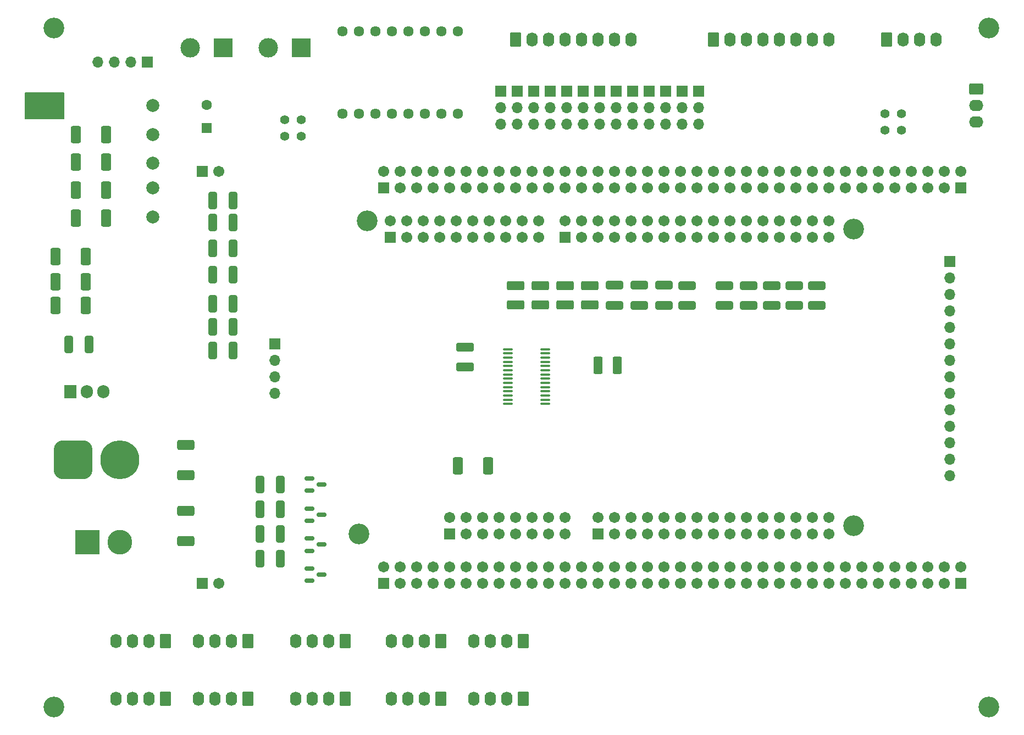
<source format=gbr>
%TF.GenerationSoftware,KiCad,Pcbnew,8.0.2-rc1*%
%TF.CreationDate,2024-08-28T13:59:49+02:00*%
%TF.ProjectId,Carte-Principale,43617274-652d-4507-9269-6e636970616c,rev?*%
%TF.SameCoordinates,Original*%
%TF.FileFunction,Soldermask,Top*%
%TF.FilePolarity,Negative*%
%FSLAX46Y46*%
G04 Gerber Fmt 4.6, Leading zero omitted, Abs format (unit mm)*
G04 Created by KiCad (PCBNEW 8.0.2-rc1) date 2024-08-28 13:59:49*
%MOMM*%
%LPD*%
G01*
G04 APERTURE LIST*
G04 Aperture macros list*
%AMRoundRect*
0 Rectangle with rounded corners*
0 $1 Rounding radius*
0 $2 $3 $4 $5 $6 $7 $8 $9 X,Y pos of 4 corners*
0 Add a 4 corners polygon primitive as box body*
4,1,4,$2,$3,$4,$5,$6,$7,$8,$9,$2,$3,0*
0 Add four circle primitives for the rounded corners*
1,1,$1+$1,$2,$3*
1,1,$1+$1,$4,$5*
1,1,$1+$1,$6,$7*
1,1,$1+$1,$8,$9*
0 Add four rect primitives between the rounded corners*
20,1,$1+$1,$2,$3,$4,$5,0*
20,1,$1+$1,$4,$5,$6,$7,0*
20,1,$1+$1,$6,$7,$8,$9,0*
20,1,$1+$1,$8,$9,$2,$3,0*%
G04 Aperture macros list end*
%ADD10C,0.200000*%
%ADD11RoundRect,0.249999X-0.512501X-1.075001X0.512501X-1.075001X0.512501X1.075001X-0.512501X1.075001X0*%
%ADD12RoundRect,0.250000X0.620000X0.845000X-0.620000X0.845000X-0.620000X-0.845000X0.620000X-0.845000X0*%
%ADD13O,1.740000X2.190000*%
%ADD14RoundRect,0.250000X0.400000X1.075000X-0.400000X1.075000X-0.400000X-1.075000X0.400000X-1.075000X0*%
%ADD15R,1.700000X1.700000*%
%ADD16O,1.700000X1.700000*%
%ADD17C,3.200000*%
%ADD18C,1.609600*%
%ADD19C,1.400000*%
%ADD20R,3.000000X3.000000*%
%ADD21C,3.000000*%
%ADD22RoundRect,0.250000X-1.100000X0.412500X-1.100000X-0.412500X1.100000X-0.412500X1.100000X0.412500X0*%
%ADD23RoundRect,0.250001X1.074999X-0.462499X1.074999X0.462499X-1.074999X0.462499X-1.074999X-0.462499X0*%
%ADD24RoundRect,0.102000X0.754000X-0.754000X0.754000X0.754000X-0.754000X0.754000X-0.754000X-0.754000X0*%
%ADD25C,1.712000*%
%ADD26C,2.000000*%
%ADD27RoundRect,0.250000X1.075000X-0.400000X1.075000X0.400000X-1.075000X0.400000X-1.075000X-0.400000X0*%
%ADD28R,1.905000X2.000000*%
%ADD29O,1.905000X2.000000*%
%ADD30RoundRect,0.249999X0.512501X1.075001X-0.512501X1.075001X-0.512501X-1.075001X0.512501X-1.075001X0*%
%ADD31RoundRect,0.250000X-0.400000X-1.075000X0.400000X-1.075000X0.400000X1.075000X-0.400000X1.075000X0*%
%ADD32RoundRect,0.150000X-0.587500X-0.150000X0.587500X-0.150000X0.587500X0.150000X-0.587500X0.150000X0*%
%ADD33R,3.800000X3.800000*%
%ADD34C,3.800000*%
%ADD35RoundRect,0.250000X-0.845000X0.620000X-0.845000X-0.620000X0.845000X-0.620000X0.845000X0.620000X0*%
%ADD36O,2.190000X1.740000*%
%ADD37RoundRect,0.250000X-0.620000X-0.845000X0.620000X-0.845000X0.620000X0.845000X-0.620000X0.845000X0*%
%ADD38RoundRect,0.249999X1.075001X-0.512501X1.075001X0.512501X-1.075001X0.512501X-1.075001X-0.512501X0*%
%ADD39RoundRect,0.250001X-0.462499X-1.074999X0.462499X-1.074999X0.462499X1.074999X-0.462499X1.074999X0*%
%ADD40RoundRect,0.100000X-0.637500X-0.100000X0.637500X-0.100000X0.637500X0.100000X-0.637500X0.100000X0*%
%ADD41RoundRect,1.500000X-1.500000X-1.500000X1.500000X-1.500000X1.500000X1.500000X-1.500000X1.500000X0*%
%ADD42C,6.000000*%
%ADD43R,1.600000X1.600000*%
%ADD44C,1.600000*%
G04 APERTURE END LIST*
D10*
X56500000Y-45000000D02*
X62500000Y-45000000D01*
X62500000Y-49000000D01*
X56500000Y-49000000D01*
X56500000Y-45000000D01*
G36*
X56500000Y-45000000D02*
G01*
X62500000Y-45000000D01*
X62500000Y-49000000D01*
X56500000Y-49000000D01*
X56500000Y-45000000D01*
G37*
D11*
%TO.C,D1*%
X61162500Y-74140000D03*
X65837500Y-74140000D03*
%TD*%
D12*
%TO.C,J11*%
X133240000Y-129540000D03*
D13*
X130700000Y-129540000D03*
X128160000Y-129540000D03*
X125620000Y-129540000D03*
%TD*%
D14*
%TO.C,R2*%
X88550000Y-84750000D03*
X85450000Y-84750000D03*
%TD*%
D12*
%TO.C,J6*%
X105810000Y-129540000D03*
D13*
X103270000Y-129540000D03*
X100730000Y-129540000D03*
X98190000Y-129540000D03*
%TD*%
D15*
%TO.C,M5*%
X139910000Y-44750000D03*
D16*
X139910000Y-47290000D03*
X139910000Y-49830000D03*
%TD*%
D17*
%TO.C,H2*%
X60960000Y-139700000D03*
%TD*%
D18*
%TO.C,DRV1*%
X118110000Y-35560000D03*
X115570000Y-35560000D03*
X113030000Y-35560000D03*
X110490000Y-35560000D03*
X123190000Y-48260000D03*
X120650000Y-48260000D03*
X120650000Y-35560000D03*
X123190000Y-35560000D03*
X107950000Y-35560000D03*
X113030000Y-48260000D03*
X110490000Y-48260000D03*
X107950000Y-48260000D03*
X105410000Y-48260000D03*
X115570000Y-48260000D03*
X118110000Y-48260000D03*
X105410000Y-35560000D03*
%TD*%
D19*
%TO.C,TP6*%
X99000000Y-51750000D03*
X96460000Y-51750000D03*
%TD*%
D20*
%TO.C,J5*%
X99060000Y-38100000D03*
D21*
X93980000Y-38100000D03*
%TD*%
D11*
%TO.C,D6*%
X64337500Y-51435000D03*
X69012500Y-51435000D03*
%TD*%
D15*
%TO.C,M4*%
X137370000Y-44750000D03*
D16*
X137370000Y-47290000D03*
X137370000Y-49830000D03*
%TD*%
D15*
%TO.C,J2*%
X75370000Y-40250000D03*
D16*
X72830000Y-40250000D03*
X70290000Y-40250000D03*
X67750000Y-40250000D03*
%TD*%
D22*
%TO.C,C2*%
X124250000Y-84187500D03*
X124250000Y-87312500D03*
%TD*%
D23*
%TO.C,R14*%
X139700000Y-77725000D03*
X139700000Y-74750000D03*
%TD*%
%TO.C,R15*%
X132080000Y-77725000D03*
X132080000Y-74750000D03*
%TD*%
D12*
%TO.C,J10*%
X120540000Y-138430000D03*
D13*
X118000000Y-138430000D03*
X115460000Y-138430000D03*
X112920000Y-138430000D03*
%TD*%
D17*
%TO.C,U2*%
X107945000Y-113030000D03*
X184145000Y-111760000D03*
X184145000Y-66040000D03*
X109215000Y-64770000D03*
D24*
X83815000Y-120650000D03*
D25*
X86355000Y-120650000D03*
D24*
X83815000Y-57150000D03*
D25*
X86355000Y-57150000D03*
D24*
X112771000Y-67310000D03*
D25*
X112771000Y-64770000D03*
X115311000Y-67310000D03*
X115311000Y-64770000D03*
X117851000Y-67310000D03*
X117851000Y-64770000D03*
X120391000Y-67310000D03*
X120391000Y-64770000D03*
X122931000Y-67310000D03*
X122931000Y-64770000D03*
X125471000Y-67310000D03*
X125471000Y-64770000D03*
X128011000Y-67310000D03*
X128011000Y-64770000D03*
X130551000Y-67310000D03*
X130551000Y-64770000D03*
X133091000Y-67310000D03*
X133091000Y-64770000D03*
X135631000Y-67310000D03*
X135631000Y-64770000D03*
D24*
X121915000Y-113030000D03*
D25*
X121915000Y-110490000D03*
X124455000Y-113030000D03*
X124455000Y-110490000D03*
X126995000Y-113030000D03*
X126995000Y-110490000D03*
X129535000Y-113030000D03*
X129535000Y-110490000D03*
X132075000Y-113030000D03*
X132075000Y-110490000D03*
X134615000Y-113030000D03*
X134615000Y-110490000D03*
X137155000Y-113030000D03*
X137155000Y-110490000D03*
X139695000Y-113030000D03*
X139695000Y-110490000D03*
D24*
X144775000Y-113030000D03*
D25*
X144775000Y-110490000D03*
X147315000Y-113030000D03*
X147315000Y-110490000D03*
X149855000Y-113030000D03*
X149855000Y-110490000D03*
X152395000Y-113030000D03*
X152395000Y-110490000D03*
X154935000Y-113030000D03*
X154935000Y-110490000D03*
X157475000Y-113030000D03*
X157475000Y-110490000D03*
X160015000Y-113030000D03*
X160015000Y-110490000D03*
X162555000Y-113030000D03*
X162555000Y-110490000D03*
X165095000Y-113030000D03*
X165095000Y-110490000D03*
X167635000Y-113030000D03*
X167635000Y-110490000D03*
X170175000Y-113030000D03*
X170175000Y-110490000D03*
X172715000Y-113030000D03*
X172715000Y-110490000D03*
X175255000Y-113030000D03*
X175255000Y-110490000D03*
X177795000Y-113030000D03*
X177795000Y-110490000D03*
X180335000Y-113030000D03*
X180335000Y-110490000D03*
D24*
X139695000Y-67310000D03*
D25*
X139695000Y-64770000D03*
X142235000Y-67310000D03*
X142235000Y-64770000D03*
X144775000Y-67310000D03*
X144775000Y-64770000D03*
X147315000Y-67310000D03*
X147315000Y-64770000D03*
X149855000Y-67310000D03*
X149855000Y-64770000D03*
X152395000Y-67310000D03*
X152395000Y-64770000D03*
X154935000Y-67310000D03*
X154935000Y-64770000D03*
X157475000Y-67310000D03*
X157475000Y-64770000D03*
X160015000Y-67310000D03*
X160015000Y-64770000D03*
X162555000Y-67310000D03*
X162555000Y-64770000D03*
X165095000Y-67310000D03*
X165095000Y-64770000D03*
X167635000Y-67310000D03*
X167635000Y-64770000D03*
X170175000Y-67310000D03*
X170175000Y-64770000D03*
X172715000Y-67310000D03*
X172715000Y-64770000D03*
X175255000Y-67310000D03*
X175255000Y-64770000D03*
X177795000Y-67310000D03*
X177795000Y-64770000D03*
X180335000Y-67310000D03*
X180335000Y-64770000D03*
D24*
X111755000Y-120650000D03*
D25*
X111755000Y-118110000D03*
X114295000Y-120650000D03*
X114295000Y-118110000D03*
X116835000Y-120650000D03*
X116835000Y-118110000D03*
X119375000Y-120650000D03*
X119375000Y-118110000D03*
X121915000Y-120650000D03*
X121915000Y-118110000D03*
X124455000Y-120650000D03*
X124455000Y-118110000D03*
X126995000Y-120650000D03*
X126995000Y-118110000D03*
X129535000Y-120650000D03*
X129535000Y-118110000D03*
X132075000Y-120650000D03*
X132075000Y-118110000D03*
X134615000Y-120650000D03*
X134615000Y-118110000D03*
X137155000Y-120650000D03*
X137155000Y-118110000D03*
X139695000Y-120650000D03*
X139695000Y-118110000D03*
X142235000Y-120650000D03*
X142235000Y-118110000D03*
X144775000Y-120650000D03*
X144775000Y-118110000D03*
X147315000Y-120650000D03*
X147315000Y-118110000D03*
X149855000Y-120650000D03*
X149855000Y-118110000D03*
X152395000Y-120650000D03*
X152395000Y-118110000D03*
X154935000Y-120650000D03*
X154935000Y-118110000D03*
X157475000Y-120650000D03*
X157475000Y-118110000D03*
X160015000Y-120650000D03*
X160015000Y-118110000D03*
X162555000Y-120650000D03*
X162555000Y-118110000D03*
X165095000Y-120650000D03*
X165095000Y-118110000D03*
X167635000Y-120650000D03*
X167635000Y-118110000D03*
X170175000Y-120650000D03*
X170175000Y-118110000D03*
X172715000Y-120650000D03*
X172715000Y-118110000D03*
X175255000Y-120650000D03*
X175255000Y-118110000D03*
X177795000Y-120650000D03*
X177795000Y-118110000D03*
X180335000Y-120650000D03*
X180335000Y-118110000D03*
X182875000Y-120650000D03*
X182875000Y-118110000D03*
X185415000Y-120650000D03*
X185415000Y-118110000D03*
X187955000Y-120650000D03*
X187955000Y-118110000D03*
X190495000Y-120650000D03*
X190495000Y-118110000D03*
X193035000Y-120650000D03*
X193035000Y-118110000D03*
X195575000Y-120650000D03*
X195575000Y-118110000D03*
X198115000Y-120650000D03*
X198115000Y-118110000D03*
D24*
X111775000Y-59690000D03*
D25*
X111775000Y-57150000D03*
X114315000Y-59690000D03*
X114315000Y-57150000D03*
X116855000Y-59690000D03*
X116855000Y-57150000D03*
X119395000Y-59690000D03*
X119395000Y-57150000D03*
X121935000Y-59690000D03*
X121935000Y-57150000D03*
X124475000Y-59690000D03*
X124475000Y-57150000D03*
X127015000Y-59690000D03*
X127015000Y-57150000D03*
X129555000Y-59690000D03*
X129555000Y-57150000D03*
X132095000Y-59690000D03*
X132095000Y-57150000D03*
X134635000Y-59690000D03*
X134635000Y-57150000D03*
X137175000Y-59690000D03*
X137175000Y-57150000D03*
X139715000Y-59690000D03*
X139715000Y-57150000D03*
X142255000Y-59690000D03*
X142255000Y-57150000D03*
X144795000Y-59690000D03*
X144795000Y-57150000D03*
X147335000Y-59690000D03*
X147335000Y-57150000D03*
X149875000Y-59690000D03*
X149875000Y-57150000D03*
X152415000Y-59690000D03*
X152415000Y-57150000D03*
X154955000Y-59690000D03*
X154955000Y-57150000D03*
X157495000Y-59690000D03*
X157495000Y-57150000D03*
X160035000Y-59690000D03*
X160035000Y-57150000D03*
X162575000Y-59690000D03*
X162575000Y-57150000D03*
X165115000Y-59690000D03*
X165115000Y-57150000D03*
X167655000Y-59690000D03*
X167655000Y-57150000D03*
X170195000Y-59690000D03*
X170195000Y-57150000D03*
X172735000Y-59690000D03*
X172735000Y-57150000D03*
X175275000Y-59690000D03*
X175275000Y-57150000D03*
X177815000Y-59690000D03*
X177815000Y-57150000D03*
X180355000Y-59690000D03*
X180355000Y-57150000D03*
X182895000Y-59690000D03*
X182895000Y-57150000D03*
X185435000Y-59690000D03*
X185435000Y-57150000D03*
X187975000Y-59690000D03*
X187975000Y-57150000D03*
X190515000Y-59690000D03*
X190515000Y-57150000D03*
X193055000Y-59690000D03*
X193055000Y-57150000D03*
X195595000Y-59690000D03*
X195595000Y-57150000D03*
X198135000Y-59690000D03*
X198135000Y-57150000D03*
D24*
X200675000Y-59690000D03*
D25*
X200675000Y-57150000D03*
D24*
X200655000Y-120650000D03*
D25*
X200655000Y-118110000D03*
%TD*%
D26*
%TO.C,TP3*%
X76200000Y-59690000D03*
%TD*%
D27*
%TO.C,R19*%
X151130000Y-77787500D03*
X151130000Y-74687500D03*
%TD*%
D28*
%TO.C,Q1*%
X63500000Y-91115000D03*
D29*
X66040000Y-91115000D03*
X68580000Y-91115000D03*
%TD*%
D30*
%TO.C,F3*%
X127837500Y-102500000D03*
X123162500Y-102500000D03*
%TD*%
D15*
%TO.C,M10*%
X150070000Y-44750000D03*
D16*
X150070000Y-47290000D03*
X150070000Y-49830000D03*
%TD*%
D31*
%TO.C,R12*%
X92710000Y-116840000D03*
X95810000Y-116840000D03*
%TD*%
D32*
%TO.C,Q5*%
X100330000Y-118335000D03*
X100330000Y-120235000D03*
X102205000Y-119285000D03*
%TD*%
D31*
%TO.C,R11*%
X92710000Y-105410000D03*
X95810000Y-105410000D03*
%TD*%
D15*
%TO.C,M8*%
X144990000Y-44750000D03*
D16*
X144990000Y-47290000D03*
X144990000Y-49830000D03*
%TD*%
D17*
%TO.C,H1*%
X60960000Y-35000000D03*
%TD*%
D12*
%TO.C,J12*%
X133240000Y-138430000D03*
D13*
X130700000Y-138430000D03*
X128160000Y-138430000D03*
X125620000Y-138430000D03*
%TD*%
D33*
%TO.C,J4*%
X66120000Y-114300000D03*
D34*
X71120000Y-114300000D03*
%TD*%
D27*
%TO.C,R16*%
X158500000Y-77800000D03*
X158500000Y-74700000D03*
%TD*%
D15*
%TO.C,M9*%
X155150000Y-44750000D03*
D16*
X155150000Y-47290000D03*
X155150000Y-49830000D03*
%TD*%
D27*
%TO.C,R17*%
X154940000Y-77787500D03*
X154940000Y-74687500D03*
%TD*%
D17*
%TO.C,H4*%
X205000000Y-139700000D03*
%TD*%
D15*
%TO.C,M11*%
X157690000Y-44750000D03*
D16*
X157690000Y-47290000D03*
X157690000Y-49830000D03*
%TD*%
D11*
%TO.C,D4*%
X64337500Y-55725000D03*
X69012500Y-55725000D03*
%TD*%
D15*
%TO.C,M12*%
X160230000Y-44750000D03*
D16*
X160230000Y-47290000D03*
X160230000Y-49830000D03*
%TD*%
D12*
%TO.C,SW2*%
X78105000Y-129540000D03*
D13*
X75565000Y-129540000D03*
X73025000Y-129540000D03*
X70485000Y-129540000D03*
%TD*%
D35*
%TO.C,J15*%
X202980000Y-44460000D03*
D36*
X202980000Y-47000000D03*
X202980000Y-49540000D03*
%TD*%
D15*
%TO.C,M7*%
X152610000Y-44750000D03*
D16*
X152610000Y-47290000D03*
X152610000Y-49830000D03*
%TD*%
D32*
%TO.C,Q3*%
X100330000Y-109085000D03*
X100330000Y-110985000D03*
X102205000Y-110035000D03*
%TD*%
D17*
%TO.C,H3*%
X205000000Y-35000000D03*
%TD*%
D19*
%TO.C,TP9*%
X191500000Y-50790000D03*
X191500000Y-48250000D03*
%TD*%
D12*
%TO.C,J7*%
X105810000Y-138430000D03*
D13*
X103270000Y-138430000D03*
X100730000Y-138430000D03*
X98190000Y-138430000D03*
%TD*%
D27*
%TO.C,R18*%
X147320000Y-77787500D03*
X147320000Y-74687500D03*
%TD*%
D14*
%TO.C,R8*%
X88545000Y-65000000D03*
X85445000Y-65000000D03*
%TD*%
D26*
%TO.C,TP4*%
X76200000Y-55880000D03*
%TD*%
D15*
%TO.C,M6*%
X147530000Y-44750000D03*
D16*
X147530000Y-47290000D03*
X147530000Y-49830000D03*
%TD*%
D37*
%TO.C,J8*%
X132080000Y-36850000D03*
D13*
X134620000Y-36850000D03*
X137160000Y-36850000D03*
X139700000Y-36850000D03*
X142240000Y-36850000D03*
X144780000Y-36850000D03*
X147320000Y-36850000D03*
X149860000Y-36850000D03*
%TD*%
D23*
%TO.C,R13*%
X135890000Y-77725000D03*
X135890000Y-74750000D03*
%TD*%
D11*
%TO.C,D7*%
X64337500Y-64305000D03*
X69012500Y-64305000D03*
%TD*%
D12*
%TO.C,SW4*%
X90805000Y-129540000D03*
D13*
X88265000Y-129540000D03*
X85725000Y-129540000D03*
X83185000Y-129540000D03*
%TD*%
D26*
%TO.C,TP5*%
X76200000Y-64135000D03*
%TD*%
D27*
%TO.C,R22*%
X164250000Y-77800000D03*
X164250000Y-74700000D03*
%TD*%
%TO.C,R26*%
X168000000Y-77800000D03*
X168000000Y-74700000D03*
%TD*%
D11*
%TO.C,D5*%
X64337500Y-60015000D03*
X69012500Y-60015000D03*
%TD*%
D23*
%TO.C,R21*%
X143510000Y-77725000D03*
X143510000Y-74750000D03*
%TD*%
D14*
%TO.C,R3*%
X88550000Y-69000000D03*
X85450000Y-69000000D03*
%TD*%
D31*
%TO.C,R6*%
X63220000Y-83820000D03*
X66320000Y-83820000D03*
%TD*%
D27*
%TO.C,R23*%
X178500000Y-77800000D03*
X178500000Y-74700000D03*
%TD*%
D37*
%TO.C,J13*%
X162560000Y-36830000D03*
D13*
X165100000Y-36830000D03*
X167640000Y-36830000D03*
X170180000Y-36830000D03*
X172720000Y-36830000D03*
X175260000Y-36830000D03*
X177800000Y-36830000D03*
X180340000Y-36830000D03*
%TD*%
D27*
%TO.C,R25*%
X171500000Y-77800000D03*
X171500000Y-74700000D03*
%TD*%
D31*
%TO.C,R10*%
X92710000Y-109220000D03*
X95810000Y-109220000D03*
%TD*%
D14*
%TO.C,R7*%
X88545000Y-77500000D03*
X85445000Y-77500000D03*
%TD*%
D15*
%TO.C,M2*%
X134830000Y-44750000D03*
D16*
X134830000Y-47290000D03*
X134830000Y-49830000D03*
%TD*%
D26*
%TO.C,TP2*%
X76200000Y-46990000D03*
%TD*%
D38*
%TO.C,F1*%
X81280000Y-103937500D03*
X81280000Y-99262500D03*
%TD*%
D32*
%TO.C,Q4*%
X100330000Y-113710000D03*
X100330000Y-115610000D03*
X102205000Y-114660000D03*
%TD*%
D39*
%TO.C,R20*%
X144762500Y-87000000D03*
X147737500Y-87000000D03*
%TD*%
D12*
%TO.C,J9*%
X120540000Y-129540000D03*
D13*
X118000000Y-129540000D03*
X115460000Y-129540000D03*
X112920000Y-129540000D03*
%TD*%
D40*
%TO.C,U1*%
X130887500Y-84525000D03*
X130887500Y-85175000D03*
X130887500Y-85825000D03*
X130887500Y-86475000D03*
X130887500Y-87125000D03*
X130887500Y-87775000D03*
X130887500Y-88425000D03*
X130887500Y-89075000D03*
X130887500Y-89725000D03*
X130887500Y-90375000D03*
X130887500Y-91025000D03*
X130887500Y-91675000D03*
X130887500Y-92325000D03*
X130887500Y-92975000D03*
X136612500Y-92975000D03*
X136612500Y-92325000D03*
X136612500Y-91675000D03*
X136612500Y-91025000D03*
X136612500Y-90375000D03*
X136612500Y-89725000D03*
X136612500Y-89075000D03*
X136612500Y-88425000D03*
X136612500Y-87775000D03*
X136612500Y-87125000D03*
X136612500Y-86475000D03*
X136612500Y-85825000D03*
X136612500Y-85175000D03*
X136612500Y-84525000D03*
%TD*%
D27*
%TO.C,R24*%
X175000000Y-77800000D03*
X175000000Y-74700000D03*
%TD*%
D41*
%TO.C,J3*%
X63920000Y-101600000D03*
D42*
X71120000Y-101600000D03*
%TD*%
D11*
%TO.C,D2*%
X61162500Y-77750000D03*
X65837500Y-77750000D03*
%TD*%
D37*
%TO.C,J14*%
X189230000Y-36830000D03*
D13*
X191770000Y-36830000D03*
X194310000Y-36830000D03*
X196850000Y-36830000D03*
%TD*%
D12*
%TO.C,SW1*%
X78105000Y-138430000D03*
D13*
X75565000Y-138430000D03*
X73025000Y-138430000D03*
X70485000Y-138430000D03*
%TD*%
D31*
%TO.C,R9*%
X92710000Y-113030000D03*
X95810000Y-113030000D03*
%TD*%
D43*
%TO.C,C1*%
X84500000Y-50402700D03*
D44*
X84500000Y-46902700D03*
%TD*%
D15*
%TO.C,M3*%
X132290000Y-44750000D03*
D16*
X132290000Y-47290000D03*
X132290000Y-49830000D03*
%TD*%
D14*
%TO.C,R5*%
X88545000Y-81125000D03*
X85445000Y-81125000D03*
%TD*%
%TO.C,R4*%
X88545000Y-73025000D03*
X85445000Y-73025000D03*
%TD*%
D38*
%TO.C,F2*%
X81280000Y-114097500D03*
X81280000Y-109422500D03*
%TD*%
D32*
%TO.C,Q2*%
X100330000Y-104460000D03*
X100330000Y-106360000D03*
X102205000Y-105410000D03*
%TD*%
D19*
%TO.C,TP7*%
X99000000Y-49210000D03*
X96460000Y-49210000D03*
%TD*%
D14*
%TO.C,R1*%
X88545000Y-61595000D03*
X85445000Y-61595000D03*
%TD*%
D20*
%TO.C,J1*%
X86995000Y-38100000D03*
D21*
X81915000Y-38100000D03*
%TD*%
D26*
%TO.C,TP1*%
X76200000Y-51435000D03*
%TD*%
D15*
%TO.C,M1*%
X129750000Y-44750000D03*
D16*
X129750000Y-47290000D03*
X129750000Y-49830000D03*
%TD*%
D11*
%TO.C,D3*%
X61162500Y-70250000D03*
X65837500Y-70250000D03*
%TD*%
D15*
%TO.C,M13*%
X142450000Y-44750000D03*
D16*
X142450000Y-47290000D03*
X142450000Y-49830000D03*
%TD*%
D19*
%TO.C,TP8*%
X188960000Y-50770000D03*
X188960000Y-48230000D03*
%TD*%
D12*
%TO.C,SW3*%
X90805000Y-138430000D03*
D13*
X88265000Y-138430000D03*
X85725000Y-138430000D03*
X83185000Y-138430000D03*
%TD*%
D15*
%TO.C,J17*%
X94975000Y-83700000D03*
D16*
X94975000Y-86240000D03*
X94975000Y-88780000D03*
X94975000Y-91320000D03*
%TD*%
D15*
%TO.C,J16*%
X198975000Y-71000000D03*
D16*
X198975000Y-73540000D03*
X198975000Y-76080000D03*
X198975000Y-78620000D03*
X198975000Y-81160000D03*
X198975000Y-83700000D03*
X198975000Y-86240000D03*
X198975000Y-88780000D03*
X198975000Y-91320000D03*
X198975000Y-93860000D03*
X198975000Y-96400000D03*
X198975000Y-98940000D03*
X198975000Y-101480000D03*
X198975000Y-104020000D03*
%TD*%
M02*

</source>
